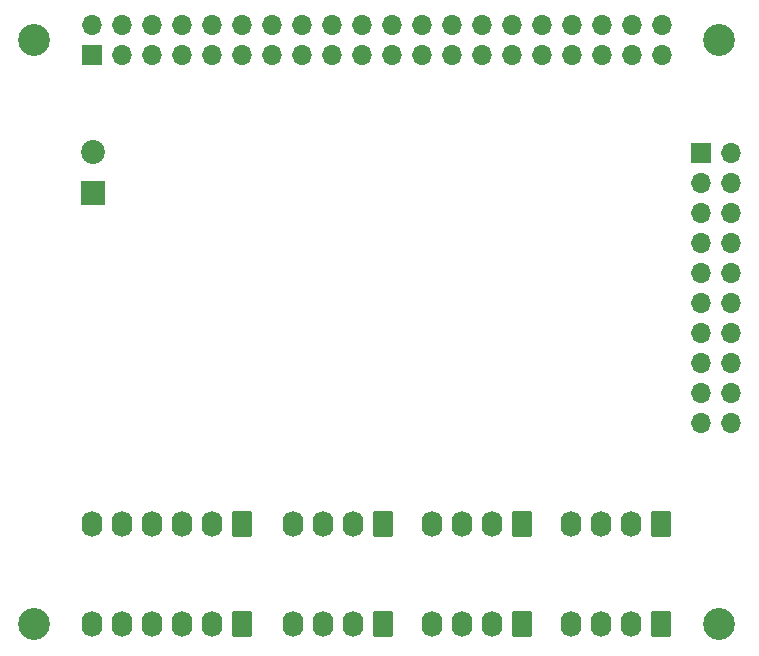
<source format=gbr>
%TF.GenerationSoftware,KiCad,Pcbnew,(6.0.0-rc1-29-g9238b27f63)*%
%TF.CreationDate,2021-12-03T15:56:35+01:00*%
%TF.ProjectId,robolympics_shield,726f626f-6c79-46d7-9069-63735f736869,rev?*%
%TF.SameCoordinates,Original*%
%TF.FileFunction,Soldermask,Bot*%
%TF.FilePolarity,Negative*%
%FSLAX46Y46*%
G04 Gerber Fmt 4.6, Leading zero omitted, Abs format (unit mm)*
G04 Created by KiCad (PCBNEW (6.0.0-rc1-29-g9238b27f63)) date 2021-12-03 15:56:35*
%MOMM*%
%LPD*%
G01*
G04 APERTURE LIST*
G04 Aperture macros list*
%AMRoundRect*
0 Rectangle with rounded corners*
0 $1 Rounding radius*
0 $2 $3 $4 $5 $6 $7 $8 $9 X,Y pos of 4 corners*
0 Add a 4 corners polygon primitive as box body*
4,1,4,$2,$3,$4,$5,$6,$7,$8,$9,$2,$3,0*
0 Add four circle primitives for the rounded corners*
1,1,$1+$1,$2,$3*
1,1,$1+$1,$4,$5*
1,1,$1+$1,$6,$7*
1,1,$1+$1,$8,$9*
0 Add four rect primitives between the rounded corners*
20,1,$1+$1,$2,$3,$4,$5,0*
20,1,$1+$1,$4,$5,$6,$7,0*
20,1,$1+$1,$6,$7,$8,$9,0*
20,1,$1+$1,$8,$9,$2,$3,0*%
G04 Aperture macros list end*
%ADD10C,2.700000*%
%ADD11R,2.025000X2.025000*%
%ADD12C,2.025000*%
%ADD13RoundRect,0.250000X0.620000X0.845000X-0.620000X0.845000X-0.620000X-0.845000X0.620000X-0.845000X0*%
%ADD14O,1.740000X2.190000*%
%ADD15R,1.700000X1.700000*%
%ADD16O,1.700000X1.700000*%
G04 APERTURE END LIST*
D10*
%TO.C,H1*%
X128250000Y-49000000D03*
%TD*%
D11*
%TO.C,J3*%
X75250000Y-62000000D03*
D12*
X75250000Y-58500000D03*
%TD*%
D13*
%TO.C,J9*%
X99810000Y-98480000D03*
D14*
X97270000Y-98480000D03*
X94730000Y-98480000D03*
X92190000Y-98480000D03*
%TD*%
D10*
%TO.C,H3*%
X70250000Y-98500000D03*
%TD*%
%TO.C,H4*%
X70250000Y-49000000D03*
%TD*%
D13*
%TO.C,J5*%
X87870000Y-98480000D03*
D14*
X85330000Y-98480000D03*
X82790000Y-98480000D03*
X80250000Y-98480000D03*
X77710000Y-98480000D03*
X75170000Y-98480000D03*
%TD*%
D13*
%TO.C,J4*%
X87870000Y-89980000D03*
D14*
X85330000Y-89980000D03*
X82790000Y-89980000D03*
X80250000Y-89980000D03*
X77710000Y-89980000D03*
X75170000Y-89980000D03*
%TD*%
D13*
%TO.C,J11*%
X123310000Y-98480000D03*
D14*
X120770000Y-98480000D03*
X118230000Y-98480000D03*
X115690000Y-98480000D03*
%TD*%
D13*
%TO.C,J10*%
X123310000Y-89980000D03*
D14*
X120770000Y-89980000D03*
X118230000Y-89980000D03*
X115690000Y-89980000D03*
%TD*%
D15*
%TO.C,J2*%
X126725000Y-58575000D03*
D16*
X129265000Y-58575000D03*
X126725000Y-61115000D03*
X129265000Y-61115000D03*
X126725000Y-63655000D03*
X129265000Y-63655000D03*
X126725000Y-66195000D03*
X129265000Y-66195000D03*
X126725000Y-68735000D03*
X129265000Y-68735000D03*
X126725000Y-71275000D03*
X129265000Y-71275000D03*
X126725000Y-73815000D03*
X129265000Y-73815000D03*
X126725000Y-76355000D03*
X129265000Y-76355000D03*
X126725000Y-78895000D03*
X129265000Y-78895000D03*
X126725000Y-81435000D03*
X129265000Y-81435000D03*
%TD*%
D13*
%TO.C,J7*%
X111560000Y-98480000D03*
D14*
X109020000Y-98480000D03*
X106480000Y-98480000D03*
X103940000Y-98480000D03*
%TD*%
D10*
%TO.C,H2*%
X128250000Y-98500000D03*
%TD*%
D13*
%TO.C,J8*%
X99810000Y-90020000D03*
D14*
X97270000Y-90020000D03*
X94730000Y-90020000D03*
X92190000Y-90020000D03*
%TD*%
D13*
%TO.C,J6*%
X111560000Y-90000000D03*
D14*
X109020000Y-90000000D03*
X106480000Y-90000000D03*
X103940000Y-90000000D03*
%TD*%
D15*
%TO.C,J1*%
X75150000Y-50290000D03*
D16*
X75150000Y-47750000D03*
X77690000Y-50290000D03*
X77690000Y-47750000D03*
X80230000Y-50290000D03*
X80230000Y-47750000D03*
X82770000Y-50290000D03*
X82770000Y-47750000D03*
X85310000Y-50290000D03*
X85310000Y-47750000D03*
X87850000Y-50290000D03*
X87850000Y-47750000D03*
X90390000Y-50290000D03*
X90390000Y-47750000D03*
X92930000Y-50290000D03*
X92930000Y-47750000D03*
X95470000Y-50290000D03*
X95470000Y-47750000D03*
X98010000Y-50290000D03*
X98010000Y-47750000D03*
X100550000Y-50290000D03*
X100550000Y-47750000D03*
X103090000Y-50290000D03*
X103090000Y-47750000D03*
X105630000Y-50290000D03*
X105630000Y-47750000D03*
X108170000Y-50290000D03*
X108170000Y-47750000D03*
X110710000Y-50290000D03*
X110710000Y-47750000D03*
X113250000Y-50290000D03*
X113250000Y-47750000D03*
X115790000Y-50290000D03*
X115790000Y-47750000D03*
X118330000Y-50290000D03*
X118330000Y-47750000D03*
X120870000Y-50290000D03*
X120870000Y-47750000D03*
X123410000Y-50290000D03*
X123410000Y-47750000D03*
%TD*%
M02*

</source>
